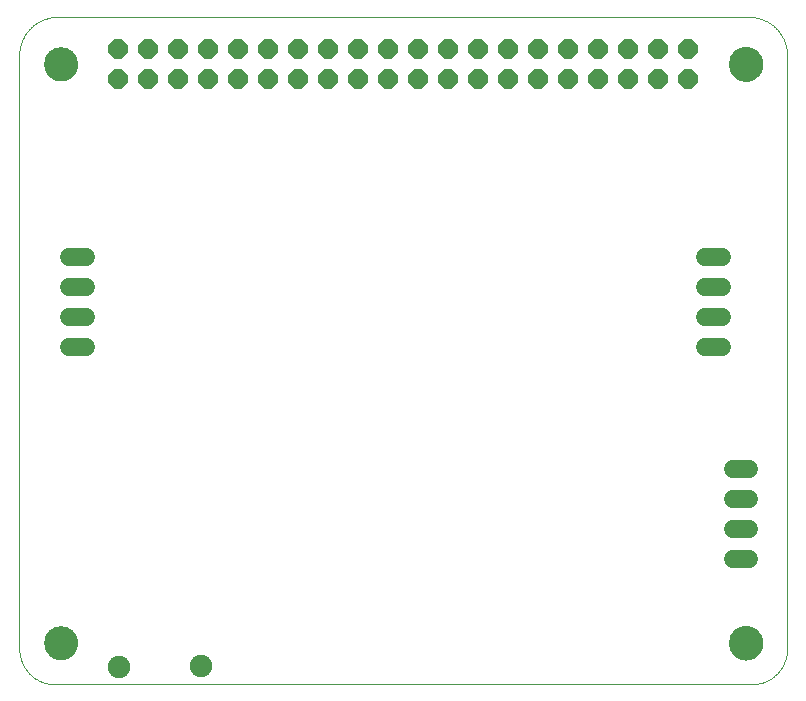
<source format=gbs>
G75*
%MOIN*%
%OFA0B0*%
%FSLAX25Y25*%
%IPPOS*%
%LPD*%
%AMOC8*
5,1,8,0,0,1.08239X$1,22.5*
%
%ADD10C,0.00000*%
%ADD11C,0.11424*%
%ADD12C,0.11227*%
%ADD13C,0.07487*%
%ADD14OC8,0.06400*%
%ADD15C,0.06000*%
D10*
X0017548Y0028572D02*
X0249831Y0028572D01*
X0250116Y0028575D01*
X0250402Y0028586D01*
X0250687Y0028603D01*
X0250971Y0028627D01*
X0251255Y0028658D01*
X0251538Y0028696D01*
X0251819Y0028741D01*
X0252100Y0028792D01*
X0252380Y0028850D01*
X0252658Y0028915D01*
X0252934Y0028987D01*
X0253208Y0029065D01*
X0253481Y0029150D01*
X0253751Y0029242D01*
X0254019Y0029340D01*
X0254285Y0029444D01*
X0254548Y0029555D01*
X0254808Y0029672D01*
X0255066Y0029795D01*
X0255320Y0029925D01*
X0255571Y0030061D01*
X0255819Y0030202D01*
X0256063Y0030350D01*
X0256304Y0030503D01*
X0256540Y0030663D01*
X0256773Y0030828D01*
X0257002Y0030998D01*
X0257227Y0031174D01*
X0257447Y0031356D01*
X0257663Y0031542D01*
X0257874Y0031734D01*
X0258081Y0031931D01*
X0258283Y0032133D01*
X0258480Y0032340D01*
X0258672Y0032551D01*
X0258858Y0032767D01*
X0259040Y0032987D01*
X0259216Y0033212D01*
X0259386Y0033441D01*
X0259551Y0033674D01*
X0259711Y0033910D01*
X0259864Y0034151D01*
X0260012Y0034395D01*
X0260153Y0034643D01*
X0260289Y0034894D01*
X0260419Y0035148D01*
X0260542Y0035406D01*
X0260659Y0035666D01*
X0260770Y0035929D01*
X0260874Y0036195D01*
X0260972Y0036463D01*
X0261064Y0036733D01*
X0261149Y0037006D01*
X0261227Y0037280D01*
X0261299Y0037556D01*
X0261364Y0037834D01*
X0261422Y0038114D01*
X0261473Y0038395D01*
X0261518Y0038676D01*
X0261556Y0038959D01*
X0261587Y0039243D01*
X0261611Y0039527D01*
X0261628Y0039812D01*
X0261639Y0040098D01*
X0261642Y0040383D01*
X0261643Y0040383D02*
X0261643Y0237233D01*
X0261642Y0237233D02*
X0261662Y0237542D01*
X0261675Y0237852D01*
X0261680Y0238162D01*
X0261677Y0238472D01*
X0261668Y0238782D01*
X0261650Y0239092D01*
X0261625Y0239401D01*
X0261593Y0239709D01*
X0261553Y0240017D01*
X0261506Y0240323D01*
X0261451Y0240629D01*
X0261389Y0240933D01*
X0261320Y0241235D01*
X0261244Y0241535D01*
X0261160Y0241834D01*
X0261069Y0242130D01*
X0260971Y0242425D01*
X0260865Y0242716D01*
X0260753Y0243005D01*
X0260634Y0243292D01*
X0260508Y0243575D01*
X0260375Y0243855D01*
X0260235Y0244132D01*
X0260089Y0244406D01*
X0259936Y0244675D01*
X0259777Y0244942D01*
X0259611Y0245204D01*
X0259439Y0245462D01*
X0259261Y0245716D01*
X0259077Y0245965D01*
X0258887Y0246210D01*
X0258691Y0246450D01*
X0258489Y0246686D01*
X0258281Y0246916D01*
X0258069Y0247142D01*
X0257850Y0247362D01*
X0257627Y0247577D01*
X0257398Y0247786D01*
X0257164Y0247990D01*
X0256926Y0248188D01*
X0256682Y0248380D01*
X0256434Y0248567D01*
X0256182Y0248747D01*
X0255925Y0248921D01*
X0255665Y0249089D01*
X0255400Y0249251D01*
X0255131Y0249406D01*
X0254859Y0249554D01*
X0254584Y0249696D01*
X0254305Y0249832D01*
X0254022Y0249960D01*
X0253737Y0250082D01*
X0253449Y0250197D01*
X0253158Y0250304D01*
X0252865Y0250405D01*
X0252569Y0250498D01*
X0252271Y0250585D01*
X0251971Y0250664D01*
X0251670Y0250736D01*
X0251366Y0250800D01*
X0251062Y0250857D01*
X0250755Y0250907D01*
X0250448Y0250950D01*
X0250140Y0250985D01*
X0249831Y0251012D01*
X0249831Y0251013D02*
X0017548Y0251013D01*
X0017548Y0251012D02*
X0017239Y0250985D01*
X0016931Y0250950D01*
X0016624Y0250907D01*
X0016317Y0250857D01*
X0016013Y0250800D01*
X0015709Y0250736D01*
X0015408Y0250664D01*
X0015108Y0250585D01*
X0014810Y0250498D01*
X0014514Y0250405D01*
X0014221Y0250304D01*
X0013930Y0250197D01*
X0013642Y0250082D01*
X0013357Y0249960D01*
X0013074Y0249832D01*
X0012795Y0249696D01*
X0012520Y0249554D01*
X0012248Y0249406D01*
X0011979Y0249251D01*
X0011714Y0249089D01*
X0011454Y0248921D01*
X0011197Y0248747D01*
X0010945Y0248567D01*
X0010697Y0248380D01*
X0010453Y0248188D01*
X0010215Y0247990D01*
X0009981Y0247786D01*
X0009752Y0247577D01*
X0009529Y0247362D01*
X0009310Y0247142D01*
X0009098Y0246916D01*
X0008890Y0246686D01*
X0008688Y0246450D01*
X0008492Y0246210D01*
X0008302Y0245965D01*
X0008118Y0245716D01*
X0007940Y0245462D01*
X0007768Y0245204D01*
X0007602Y0244942D01*
X0007443Y0244675D01*
X0007290Y0244406D01*
X0007144Y0244132D01*
X0007004Y0243855D01*
X0006871Y0243575D01*
X0006745Y0243292D01*
X0006626Y0243005D01*
X0006514Y0242716D01*
X0006408Y0242425D01*
X0006310Y0242130D01*
X0006219Y0241834D01*
X0006135Y0241535D01*
X0006059Y0241235D01*
X0005990Y0240933D01*
X0005928Y0240629D01*
X0005873Y0240323D01*
X0005826Y0240017D01*
X0005786Y0239709D01*
X0005754Y0239401D01*
X0005729Y0239092D01*
X0005711Y0238782D01*
X0005702Y0238472D01*
X0005699Y0238162D01*
X0005704Y0237852D01*
X0005717Y0237542D01*
X0005737Y0237233D01*
X0005737Y0040383D01*
X0005740Y0040098D01*
X0005751Y0039812D01*
X0005768Y0039527D01*
X0005792Y0039243D01*
X0005823Y0038959D01*
X0005861Y0038676D01*
X0005906Y0038395D01*
X0005957Y0038114D01*
X0006015Y0037834D01*
X0006080Y0037556D01*
X0006152Y0037280D01*
X0006230Y0037006D01*
X0006315Y0036733D01*
X0006407Y0036463D01*
X0006505Y0036195D01*
X0006609Y0035929D01*
X0006720Y0035666D01*
X0006837Y0035406D01*
X0006960Y0035148D01*
X0007090Y0034894D01*
X0007226Y0034643D01*
X0007367Y0034395D01*
X0007515Y0034151D01*
X0007668Y0033910D01*
X0007828Y0033674D01*
X0007993Y0033441D01*
X0008163Y0033212D01*
X0008339Y0032987D01*
X0008521Y0032767D01*
X0008707Y0032551D01*
X0008899Y0032340D01*
X0009096Y0032133D01*
X0009298Y0031931D01*
X0009505Y0031734D01*
X0009716Y0031542D01*
X0009932Y0031356D01*
X0010152Y0031174D01*
X0010377Y0030998D01*
X0010606Y0030828D01*
X0010839Y0030663D01*
X0011075Y0030503D01*
X0011316Y0030350D01*
X0011560Y0030202D01*
X0011808Y0030061D01*
X0012059Y0029925D01*
X0012313Y0029795D01*
X0012571Y0029672D01*
X0012831Y0029555D01*
X0013094Y0029444D01*
X0013360Y0029340D01*
X0013628Y0029242D01*
X0013898Y0029150D01*
X0014171Y0029065D01*
X0014445Y0028987D01*
X0014721Y0028915D01*
X0014999Y0028850D01*
X0015279Y0028792D01*
X0015560Y0028741D01*
X0015841Y0028696D01*
X0016124Y0028658D01*
X0016408Y0028627D01*
X0016692Y0028603D01*
X0016977Y0028586D01*
X0017263Y0028575D01*
X0017548Y0028572D01*
X0014104Y0042351D02*
X0014106Y0042498D01*
X0014112Y0042644D01*
X0014122Y0042790D01*
X0014136Y0042936D01*
X0014154Y0043082D01*
X0014175Y0043227D01*
X0014201Y0043371D01*
X0014231Y0043515D01*
X0014264Y0043657D01*
X0014301Y0043799D01*
X0014342Y0043940D01*
X0014387Y0044079D01*
X0014436Y0044218D01*
X0014488Y0044355D01*
X0014545Y0044490D01*
X0014604Y0044624D01*
X0014668Y0044756D01*
X0014735Y0044886D01*
X0014805Y0045015D01*
X0014879Y0045142D01*
X0014956Y0045266D01*
X0015037Y0045389D01*
X0015121Y0045509D01*
X0015208Y0045627D01*
X0015298Y0045742D01*
X0015391Y0045855D01*
X0015488Y0045966D01*
X0015587Y0046074D01*
X0015689Y0046179D01*
X0015794Y0046281D01*
X0015902Y0046380D01*
X0016013Y0046477D01*
X0016126Y0046570D01*
X0016241Y0046660D01*
X0016359Y0046747D01*
X0016479Y0046831D01*
X0016602Y0046912D01*
X0016726Y0046989D01*
X0016853Y0047063D01*
X0016982Y0047133D01*
X0017112Y0047200D01*
X0017244Y0047264D01*
X0017378Y0047323D01*
X0017513Y0047380D01*
X0017650Y0047432D01*
X0017789Y0047481D01*
X0017928Y0047526D01*
X0018069Y0047567D01*
X0018211Y0047604D01*
X0018353Y0047637D01*
X0018497Y0047667D01*
X0018641Y0047693D01*
X0018786Y0047714D01*
X0018932Y0047732D01*
X0019078Y0047746D01*
X0019224Y0047756D01*
X0019370Y0047762D01*
X0019517Y0047764D01*
X0019664Y0047762D01*
X0019810Y0047756D01*
X0019956Y0047746D01*
X0020102Y0047732D01*
X0020248Y0047714D01*
X0020393Y0047693D01*
X0020537Y0047667D01*
X0020681Y0047637D01*
X0020823Y0047604D01*
X0020965Y0047567D01*
X0021106Y0047526D01*
X0021245Y0047481D01*
X0021384Y0047432D01*
X0021521Y0047380D01*
X0021656Y0047323D01*
X0021790Y0047264D01*
X0021922Y0047200D01*
X0022052Y0047133D01*
X0022181Y0047063D01*
X0022308Y0046989D01*
X0022432Y0046912D01*
X0022555Y0046831D01*
X0022675Y0046747D01*
X0022793Y0046660D01*
X0022908Y0046570D01*
X0023021Y0046477D01*
X0023132Y0046380D01*
X0023240Y0046281D01*
X0023345Y0046179D01*
X0023447Y0046074D01*
X0023546Y0045966D01*
X0023643Y0045855D01*
X0023736Y0045742D01*
X0023826Y0045627D01*
X0023913Y0045509D01*
X0023997Y0045389D01*
X0024078Y0045266D01*
X0024155Y0045142D01*
X0024229Y0045015D01*
X0024299Y0044886D01*
X0024366Y0044756D01*
X0024430Y0044624D01*
X0024489Y0044490D01*
X0024546Y0044355D01*
X0024598Y0044218D01*
X0024647Y0044079D01*
X0024692Y0043940D01*
X0024733Y0043799D01*
X0024770Y0043657D01*
X0024803Y0043515D01*
X0024833Y0043371D01*
X0024859Y0043227D01*
X0024880Y0043082D01*
X0024898Y0042936D01*
X0024912Y0042790D01*
X0024922Y0042644D01*
X0024928Y0042498D01*
X0024930Y0042351D01*
X0024928Y0042204D01*
X0024922Y0042058D01*
X0024912Y0041912D01*
X0024898Y0041766D01*
X0024880Y0041620D01*
X0024859Y0041475D01*
X0024833Y0041331D01*
X0024803Y0041187D01*
X0024770Y0041045D01*
X0024733Y0040903D01*
X0024692Y0040762D01*
X0024647Y0040623D01*
X0024598Y0040484D01*
X0024546Y0040347D01*
X0024489Y0040212D01*
X0024430Y0040078D01*
X0024366Y0039946D01*
X0024299Y0039816D01*
X0024229Y0039687D01*
X0024155Y0039560D01*
X0024078Y0039436D01*
X0023997Y0039313D01*
X0023913Y0039193D01*
X0023826Y0039075D01*
X0023736Y0038960D01*
X0023643Y0038847D01*
X0023546Y0038736D01*
X0023447Y0038628D01*
X0023345Y0038523D01*
X0023240Y0038421D01*
X0023132Y0038322D01*
X0023021Y0038225D01*
X0022908Y0038132D01*
X0022793Y0038042D01*
X0022675Y0037955D01*
X0022555Y0037871D01*
X0022432Y0037790D01*
X0022308Y0037713D01*
X0022181Y0037639D01*
X0022052Y0037569D01*
X0021922Y0037502D01*
X0021790Y0037438D01*
X0021656Y0037379D01*
X0021521Y0037322D01*
X0021384Y0037270D01*
X0021245Y0037221D01*
X0021106Y0037176D01*
X0020965Y0037135D01*
X0020823Y0037098D01*
X0020681Y0037065D01*
X0020537Y0037035D01*
X0020393Y0037009D01*
X0020248Y0036988D01*
X0020102Y0036970D01*
X0019956Y0036956D01*
X0019810Y0036946D01*
X0019664Y0036940D01*
X0019517Y0036938D01*
X0019370Y0036940D01*
X0019224Y0036946D01*
X0019078Y0036956D01*
X0018932Y0036970D01*
X0018786Y0036988D01*
X0018641Y0037009D01*
X0018497Y0037035D01*
X0018353Y0037065D01*
X0018211Y0037098D01*
X0018069Y0037135D01*
X0017928Y0037176D01*
X0017789Y0037221D01*
X0017650Y0037270D01*
X0017513Y0037322D01*
X0017378Y0037379D01*
X0017244Y0037438D01*
X0017112Y0037502D01*
X0016982Y0037569D01*
X0016853Y0037639D01*
X0016726Y0037713D01*
X0016602Y0037790D01*
X0016479Y0037871D01*
X0016359Y0037955D01*
X0016241Y0038042D01*
X0016126Y0038132D01*
X0016013Y0038225D01*
X0015902Y0038322D01*
X0015794Y0038421D01*
X0015689Y0038523D01*
X0015587Y0038628D01*
X0015488Y0038736D01*
X0015391Y0038847D01*
X0015298Y0038960D01*
X0015208Y0039075D01*
X0015121Y0039193D01*
X0015037Y0039313D01*
X0014956Y0039436D01*
X0014879Y0039560D01*
X0014805Y0039687D01*
X0014735Y0039816D01*
X0014668Y0039946D01*
X0014604Y0040078D01*
X0014545Y0040212D01*
X0014488Y0040347D01*
X0014436Y0040484D01*
X0014387Y0040623D01*
X0014342Y0040762D01*
X0014301Y0040903D01*
X0014264Y0041045D01*
X0014231Y0041187D01*
X0014201Y0041331D01*
X0014175Y0041475D01*
X0014154Y0041620D01*
X0014136Y0041766D01*
X0014122Y0041912D01*
X0014112Y0042058D01*
X0014106Y0042204D01*
X0014104Y0042351D01*
X0014104Y0235265D02*
X0014106Y0235412D01*
X0014112Y0235558D01*
X0014122Y0235704D01*
X0014136Y0235850D01*
X0014154Y0235996D01*
X0014175Y0236141D01*
X0014201Y0236285D01*
X0014231Y0236429D01*
X0014264Y0236571D01*
X0014301Y0236713D01*
X0014342Y0236854D01*
X0014387Y0236993D01*
X0014436Y0237132D01*
X0014488Y0237269D01*
X0014545Y0237404D01*
X0014604Y0237538D01*
X0014668Y0237670D01*
X0014735Y0237800D01*
X0014805Y0237929D01*
X0014879Y0238056D01*
X0014956Y0238180D01*
X0015037Y0238303D01*
X0015121Y0238423D01*
X0015208Y0238541D01*
X0015298Y0238656D01*
X0015391Y0238769D01*
X0015488Y0238880D01*
X0015587Y0238988D01*
X0015689Y0239093D01*
X0015794Y0239195D01*
X0015902Y0239294D01*
X0016013Y0239391D01*
X0016126Y0239484D01*
X0016241Y0239574D01*
X0016359Y0239661D01*
X0016479Y0239745D01*
X0016602Y0239826D01*
X0016726Y0239903D01*
X0016853Y0239977D01*
X0016982Y0240047D01*
X0017112Y0240114D01*
X0017244Y0240178D01*
X0017378Y0240237D01*
X0017513Y0240294D01*
X0017650Y0240346D01*
X0017789Y0240395D01*
X0017928Y0240440D01*
X0018069Y0240481D01*
X0018211Y0240518D01*
X0018353Y0240551D01*
X0018497Y0240581D01*
X0018641Y0240607D01*
X0018786Y0240628D01*
X0018932Y0240646D01*
X0019078Y0240660D01*
X0019224Y0240670D01*
X0019370Y0240676D01*
X0019517Y0240678D01*
X0019664Y0240676D01*
X0019810Y0240670D01*
X0019956Y0240660D01*
X0020102Y0240646D01*
X0020248Y0240628D01*
X0020393Y0240607D01*
X0020537Y0240581D01*
X0020681Y0240551D01*
X0020823Y0240518D01*
X0020965Y0240481D01*
X0021106Y0240440D01*
X0021245Y0240395D01*
X0021384Y0240346D01*
X0021521Y0240294D01*
X0021656Y0240237D01*
X0021790Y0240178D01*
X0021922Y0240114D01*
X0022052Y0240047D01*
X0022181Y0239977D01*
X0022308Y0239903D01*
X0022432Y0239826D01*
X0022555Y0239745D01*
X0022675Y0239661D01*
X0022793Y0239574D01*
X0022908Y0239484D01*
X0023021Y0239391D01*
X0023132Y0239294D01*
X0023240Y0239195D01*
X0023345Y0239093D01*
X0023447Y0238988D01*
X0023546Y0238880D01*
X0023643Y0238769D01*
X0023736Y0238656D01*
X0023826Y0238541D01*
X0023913Y0238423D01*
X0023997Y0238303D01*
X0024078Y0238180D01*
X0024155Y0238056D01*
X0024229Y0237929D01*
X0024299Y0237800D01*
X0024366Y0237670D01*
X0024430Y0237538D01*
X0024489Y0237404D01*
X0024546Y0237269D01*
X0024598Y0237132D01*
X0024647Y0236993D01*
X0024692Y0236854D01*
X0024733Y0236713D01*
X0024770Y0236571D01*
X0024803Y0236429D01*
X0024833Y0236285D01*
X0024859Y0236141D01*
X0024880Y0235996D01*
X0024898Y0235850D01*
X0024912Y0235704D01*
X0024922Y0235558D01*
X0024928Y0235412D01*
X0024930Y0235265D01*
X0024928Y0235118D01*
X0024922Y0234972D01*
X0024912Y0234826D01*
X0024898Y0234680D01*
X0024880Y0234534D01*
X0024859Y0234389D01*
X0024833Y0234245D01*
X0024803Y0234101D01*
X0024770Y0233959D01*
X0024733Y0233817D01*
X0024692Y0233676D01*
X0024647Y0233537D01*
X0024598Y0233398D01*
X0024546Y0233261D01*
X0024489Y0233126D01*
X0024430Y0232992D01*
X0024366Y0232860D01*
X0024299Y0232730D01*
X0024229Y0232601D01*
X0024155Y0232474D01*
X0024078Y0232350D01*
X0023997Y0232227D01*
X0023913Y0232107D01*
X0023826Y0231989D01*
X0023736Y0231874D01*
X0023643Y0231761D01*
X0023546Y0231650D01*
X0023447Y0231542D01*
X0023345Y0231437D01*
X0023240Y0231335D01*
X0023132Y0231236D01*
X0023021Y0231139D01*
X0022908Y0231046D01*
X0022793Y0230956D01*
X0022675Y0230869D01*
X0022555Y0230785D01*
X0022432Y0230704D01*
X0022308Y0230627D01*
X0022181Y0230553D01*
X0022052Y0230483D01*
X0021922Y0230416D01*
X0021790Y0230352D01*
X0021656Y0230293D01*
X0021521Y0230236D01*
X0021384Y0230184D01*
X0021245Y0230135D01*
X0021106Y0230090D01*
X0020965Y0230049D01*
X0020823Y0230012D01*
X0020681Y0229979D01*
X0020537Y0229949D01*
X0020393Y0229923D01*
X0020248Y0229902D01*
X0020102Y0229884D01*
X0019956Y0229870D01*
X0019810Y0229860D01*
X0019664Y0229854D01*
X0019517Y0229852D01*
X0019370Y0229854D01*
X0019224Y0229860D01*
X0019078Y0229870D01*
X0018932Y0229884D01*
X0018786Y0229902D01*
X0018641Y0229923D01*
X0018497Y0229949D01*
X0018353Y0229979D01*
X0018211Y0230012D01*
X0018069Y0230049D01*
X0017928Y0230090D01*
X0017789Y0230135D01*
X0017650Y0230184D01*
X0017513Y0230236D01*
X0017378Y0230293D01*
X0017244Y0230352D01*
X0017112Y0230416D01*
X0016982Y0230483D01*
X0016853Y0230553D01*
X0016726Y0230627D01*
X0016602Y0230704D01*
X0016479Y0230785D01*
X0016359Y0230869D01*
X0016241Y0230956D01*
X0016126Y0231046D01*
X0016013Y0231139D01*
X0015902Y0231236D01*
X0015794Y0231335D01*
X0015689Y0231437D01*
X0015587Y0231542D01*
X0015488Y0231650D01*
X0015391Y0231761D01*
X0015298Y0231874D01*
X0015208Y0231989D01*
X0015121Y0232107D01*
X0015037Y0232227D01*
X0014956Y0232350D01*
X0014879Y0232474D01*
X0014805Y0232601D01*
X0014735Y0232730D01*
X0014668Y0232860D01*
X0014604Y0232992D01*
X0014545Y0233126D01*
X0014488Y0233261D01*
X0014436Y0233398D01*
X0014387Y0233537D01*
X0014342Y0233676D01*
X0014301Y0233817D01*
X0014264Y0233959D01*
X0014231Y0234101D01*
X0014201Y0234245D01*
X0014175Y0234389D01*
X0014154Y0234534D01*
X0014136Y0234680D01*
X0014122Y0234826D01*
X0014112Y0234972D01*
X0014106Y0235118D01*
X0014104Y0235265D01*
X0242351Y0235265D02*
X0242353Y0235413D01*
X0242359Y0235561D01*
X0242369Y0235709D01*
X0242383Y0235856D01*
X0242401Y0236003D01*
X0242422Y0236149D01*
X0242448Y0236295D01*
X0242478Y0236440D01*
X0242511Y0236584D01*
X0242549Y0236727D01*
X0242590Y0236869D01*
X0242635Y0237010D01*
X0242683Y0237150D01*
X0242736Y0237289D01*
X0242792Y0237426D01*
X0242852Y0237561D01*
X0242915Y0237695D01*
X0242982Y0237827D01*
X0243053Y0237957D01*
X0243127Y0238085D01*
X0243204Y0238211D01*
X0243285Y0238335D01*
X0243369Y0238457D01*
X0243456Y0238576D01*
X0243547Y0238693D01*
X0243641Y0238808D01*
X0243737Y0238920D01*
X0243837Y0239030D01*
X0243939Y0239136D01*
X0244045Y0239240D01*
X0244153Y0239341D01*
X0244264Y0239439D01*
X0244377Y0239535D01*
X0244493Y0239627D01*
X0244611Y0239716D01*
X0244732Y0239801D01*
X0244855Y0239884D01*
X0244980Y0239963D01*
X0245107Y0240039D01*
X0245236Y0240111D01*
X0245367Y0240180D01*
X0245500Y0240245D01*
X0245635Y0240306D01*
X0245771Y0240364D01*
X0245908Y0240419D01*
X0246047Y0240469D01*
X0246188Y0240516D01*
X0246329Y0240559D01*
X0246472Y0240599D01*
X0246616Y0240634D01*
X0246760Y0240666D01*
X0246906Y0240693D01*
X0247052Y0240717D01*
X0247199Y0240737D01*
X0247346Y0240753D01*
X0247493Y0240765D01*
X0247641Y0240773D01*
X0247789Y0240777D01*
X0247937Y0240777D01*
X0248085Y0240773D01*
X0248233Y0240765D01*
X0248380Y0240753D01*
X0248527Y0240737D01*
X0248674Y0240717D01*
X0248820Y0240693D01*
X0248966Y0240666D01*
X0249110Y0240634D01*
X0249254Y0240599D01*
X0249397Y0240559D01*
X0249538Y0240516D01*
X0249679Y0240469D01*
X0249818Y0240419D01*
X0249955Y0240364D01*
X0250091Y0240306D01*
X0250226Y0240245D01*
X0250359Y0240180D01*
X0250490Y0240111D01*
X0250619Y0240039D01*
X0250746Y0239963D01*
X0250871Y0239884D01*
X0250994Y0239801D01*
X0251115Y0239716D01*
X0251233Y0239627D01*
X0251349Y0239535D01*
X0251462Y0239439D01*
X0251573Y0239341D01*
X0251681Y0239240D01*
X0251787Y0239136D01*
X0251889Y0239030D01*
X0251989Y0238920D01*
X0252085Y0238808D01*
X0252179Y0238693D01*
X0252270Y0238576D01*
X0252357Y0238457D01*
X0252441Y0238335D01*
X0252522Y0238211D01*
X0252599Y0238085D01*
X0252673Y0237957D01*
X0252744Y0237827D01*
X0252811Y0237695D01*
X0252874Y0237561D01*
X0252934Y0237426D01*
X0252990Y0237289D01*
X0253043Y0237150D01*
X0253091Y0237010D01*
X0253136Y0236869D01*
X0253177Y0236727D01*
X0253215Y0236584D01*
X0253248Y0236440D01*
X0253278Y0236295D01*
X0253304Y0236149D01*
X0253325Y0236003D01*
X0253343Y0235856D01*
X0253357Y0235709D01*
X0253367Y0235561D01*
X0253373Y0235413D01*
X0253375Y0235265D01*
X0253373Y0235117D01*
X0253367Y0234969D01*
X0253357Y0234821D01*
X0253343Y0234674D01*
X0253325Y0234527D01*
X0253304Y0234381D01*
X0253278Y0234235D01*
X0253248Y0234090D01*
X0253215Y0233946D01*
X0253177Y0233803D01*
X0253136Y0233661D01*
X0253091Y0233520D01*
X0253043Y0233380D01*
X0252990Y0233241D01*
X0252934Y0233104D01*
X0252874Y0232969D01*
X0252811Y0232835D01*
X0252744Y0232703D01*
X0252673Y0232573D01*
X0252599Y0232445D01*
X0252522Y0232319D01*
X0252441Y0232195D01*
X0252357Y0232073D01*
X0252270Y0231954D01*
X0252179Y0231837D01*
X0252085Y0231722D01*
X0251989Y0231610D01*
X0251889Y0231500D01*
X0251787Y0231394D01*
X0251681Y0231290D01*
X0251573Y0231189D01*
X0251462Y0231091D01*
X0251349Y0230995D01*
X0251233Y0230903D01*
X0251115Y0230814D01*
X0250994Y0230729D01*
X0250871Y0230646D01*
X0250746Y0230567D01*
X0250619Y0230491D01*
X0250490Y0230419D01*
X0250359Y0230350D01*
X0250226Y0230285D01*
X0250091Y0230224D01*
X0249955Y0230166D01*
X0249818Y0230111D01*
X0249679Y0230061D01*
X0249538Y0230014D01*
X0249397Y0229971D01*
X0249254Y0229931D01*
X0249110Y0229896D01*
X0248966Y0229864D01*
X0248820Y0229837D01*
X0248674Y0229813D01*
X0248527Y0229793D01*
X0248380Y0229777D01*
X0248233Y0229765D01*
X0248085Y0229757D01*
X0247937Y0229753D01*
X0247789Y0229753D01*
X0247641Y0229757D01*
X0247493Y0229765D01*
X0247346Y0229777D01*
X0247199Y0229793D01*
X0247052Y0229813D01*
X0246906Y0229837D01*
X0246760Y0229864D01*
X0246616Y0229896D01*
X0246472Y0229931D01*
X0246329Y0229971D01*
X0246188Y0230014D01*
X0246047Y0230061D01*
X0245908Y0230111D01*
X0245771Y0230166D01*
X0245635Y0230224D01*
X0245500Y0230285D01*
X0245367Y0230350D01*
X0245236Y0230419D01*
X0245107Y0230491D01*
X0244980Y0230567D01*
X0244855Y0230646D01*
X0244732Y0230729D01*
X0244611Y0230814D01*
X0244493Y0230903D01*
X0244377Y0230995D01*
X0244264Y0231091D01*
X0244153Y0231189D01*
X0244045Y0231290D01*
X0243939Y0231394D01*
X0243837Y0231500D01*
X0243737Y0231610D01*
X0243641Y0231722D01*
X0243547Y0231837D01*
X0243456Y0231954D01*
X0243369Y0232073D01*
X0243285Y0232195D01*
X0243204Y0232319D01*
X0243127Y0232445D01*
X0243053Y0232573D01*
X0242982Y0232703D01*
X0242915Y0232835D01*
X0242852Y0232969D01*
X0242792Y0233104D01*
X0242736Y0233241D01*
X0242683Y0233380D01*
X0242635Y0233520D01*
X0242590Y0233661D01*
X0242549Y0233803D01*
X0242511Y0233946D01*
X0242478Y0234090D01*
X0242448Y0234235D01*
X0242422Y0234381D01*
X0242401Y0234527D01*
X0242383Y0234674D01*
X0242369Y0234821D01*
X0242359Y0234969D01*
X0242353Y0235117D01*
X0242351Y0235265D01*
X0242351Y0042351D02*
X0242353Y0042499D01*
X0242359Y0042647D01*
X0242369Y0042795D01*
X0242383Y0042942D01*
X0242401Y0043089D01*
X0242422Y0043235D01*
X0242448Y0043381D01*
X0242478Y0043526D01*
X0242511Y0043670D01*
X0242549Y0043813D01*
X0242590Y0043955D01*
X0242635Y0044096D01*
X0242683Y0044236D01*
X0242736Y0044375D01*
X0242792Y0044512D01*
X0242852Y0044647D01*
X0242915Y0044781D01*
X0242982Y0044913D01*
X0243053Y0045043D01*
X0243127Y0045171D01*
X0243204Y0045297D01*
X0243285Y0045421D01*
X0243369Y0045543D01*
X0243456Y0045662D01*
X0243547Y0045779D01*
X0243641Y0045894D01*
X0243737Y0046006D01*
X0243837Y0046116D01*
X0243939Y0046222D01*
X0244045Y0046326D01*
X0244153Y0046427D01*
X0244264Y0046525D01*
X0244377Y0046621D01*
X0244493Y0046713D01*
X0244611Y0046802D01*
X0244732Y0046887D01*
X0244855Y0046970D01*
X0244980Y0047049D01*
X0245107Y0047125D01*
X0245236Y0047197D01*
X0245367Y0047266D01*
X0245500Y0047331D01*
X0245635Y0047392D01*
X0245771Y0047450D01*
X0245908Y0047505D01*
X0246047Y0047555D01*
X0246188Y0047602D01*
X0246329Y0047645D01*
X0246472Y0047685D01*
X0246616Y0047720D01*
X0246760Y0047752D01*
X0246906Y0047779D01*
X0247052Y0047803D01*
X0247199Y0047823D01*
X0247346Y0047839D01*
X0247493Y0047851D01*
X0247641Y0047859D01*
X0247789Y0047863D01*
X0247937Y0047863D01*
X0248085Y0047859D01*
X0248233Y0047851D01*
X0248380Y0047839D01*
X0248527Y0047823D01*
X0248674Y0047803D01*
X0248820Y0047779D01*
X0248966Y0047752D01*
X0249110Y0047720D01*
X0249254Y0047685D01*
X0249397Y0047645D01*
X0249538Y0047602D01*
X0249679Y0047555D01*
X0249818Y0047505D01*
X0249955Y0047450D01*
X0250091Y0047392D01*
X0250226Y0047331D01*
X0250359Y0047266D01*
X0250490Y0047197D01*
X0250619Y0047125D01*
X0250746Y0047049D01*
X0250871Y0046970D01*
X0250994Y0046887D01*
X0251115Y0046802D01*
X0251233Y0046713D01*
X0251349Y0046621D01*
X0251462Y0046525D01*
X0251573Y0046427D01*
X0251681Y0046326D01*
X0251787Y0046222D01*
X0251889Y0046116D01*
X0251989Y0046006D01*
X0252085Y0045894D01*
X0252179Y0045779D01*
X0252270Y0045662D01*
X0252357Y0045543D01*
X0252441Y0045421D01*
X0252522Y0045297D01*
X0252599Y0045171D01*
X0252673Y0045043D01*
X0252744Y0044913D01*
X0252811Y0044781D01*
X0252874Y0044647D01*
X0252934Y0044512D01*
X0252990Y0044375D01*
X0253043Y0044236D01*
X0253091Y0044096D01*
X0253136Y0043955D01*
X0253177Y0043813D01*
X0253215Y0043670D01*
X0253248Y0043526D01*
X0253278Y0043381D01*
X0253304Y0043235D01*
X0253325Y0043089D01*
X0253343Y0042942D01*
X0253357Y0042795D01*
X0253367Y0042647D01*
X0253373Y0042499D01*
X0253375Y0042351D01*
X0253373Y0042203D01*
X0253367Y0042055D01*
X0253357Y0041907D01*
X0253343Y0041760D01*
X0253325Y0041613D01*
X0253304Y0041467D01*
X0253278Y0041321D01*
X0253248Y0041176D01*
X0253215Y0041032D01*
X0253177Y0040889D01*
X0253136Y0040747D01*
X0253091Y0040606D01*
X0253043Y0040466D01*
X0252990Y0040327D01*
X0252934Y0040190D01*
X0252874Y0040055D01*
X0252811Y0039921D01*
X0252744Y0039789D01*
X0252673Y0039659D01*
X0252599Y0039531D01*
X0252522Y0039405D01*
X0252441Y0039281D01*
X0252357Y0039159D01*
X0252270Y0039040D01*
X0252179Y0038923D01*
X0252085Y0038808D01*
X0251989Y0038696D01*
X0251889Y0038586D01*
X0251787Y0038480D01*
X0251681Y0038376D01*
X0251573Y0038275D01*
X0251462Y0038177D01*
X0251349Y0038081D01*
X0251233Y0037989D01*
X0251115Y0037900D01*
X0250994Y0037815D01*
X0250871Y0037732D01*
X0250746Y0037653D01*
X0250619Y0037577D01*
X0250490Y0037505D01*
X0250359Y0037436D01*
X0250226Y0037371D01*
X0250091Y0037310D01*
X0249955Y0037252D01*
X0249818Y0037197D01*
X0249679Y0037147D01*
X0249538Y0037100D01*
X0249397Y0037057D01*
X0249254Y0037017D01*
X0249110Y0036982D01*
X0248966Y0036950D01*
X0248820Y0036923D01*
X0248674Y0036899D01*
X0248527Y0036879D01*
X0248380Y0036863D01*
X0248233Y0036851D01*
X0248085Y0036843D01*
X0247937Y0036839D01*
X0247789Y0036839D01*
X0247641Y0036843D01*
X0247493Y0036851D01*
X0247346Y0036863D01*
X0247199Y0036879D01*
X0247052Y0036899D01*
X0246906Y0036923D01*
X0246760Y0036950D01*
X0246616Y0036982D01*
X0246472Y0037017D01*
X0246329Y0037057D01*
X0246188Y0037100D01*
X0246047Y0037147D01*
X0245908Y0037197D01*
X0245771Y0037252D01*
X0245635Y0037310D01*
X0245500Y0037371D01*
X0245367Y0037436D01*
X0245236Y0037505D01*
X0245107Y0037577D01*
X0244980Y0037653D01*
X0244855Y0037732D01*
X0244732Y0037815D01*
X0244611Y0037900D01*
X0244493Y0037989D01*
X0244377Y0038081D01*
X0244264Y0038177D01*
X0244153Y0038275D01*
X0244045Y0038376D01*
X0243939Y0038480D01*
X0243837Y0038586D01*
X0243737Y0038696D01*
X0243641Y0038808D01*
X0243547Y0038923D01*
X0243456Y0039040D01*
X0243369Y0039159D01*
X0243285Y0039281D01*
X0243204Y0039405D01*
X0243127Y0039531D01*
X0243053Y0039659D01*
X0242982Y0039789D01*
X0242915Y0039921D01*
X0242852Y0040055D01*
X0242792Y0040190D01*
X0242736Y0040327D01*
X0242683Y0040466D01*
X0242635Y0040606D01*
X0242590Y0040747D01*
X0242549Y0040889D01*
X0242511Y0041032D01*
X0242478Y0041176D01*
X0242448Y0041321D01*
X0242422Y0041467D01*
X0242401Y0041613D01*
X0242383Y0041760D01*
X0242369Y0041907D01*
X0242359Y0042055D01*
X0242353Y0042203D01*
X0242351Y0042351D01*
D11*
X0247863Y0042351D03*
X0247863Y0235265D03*
D12*
X0019517Y0235265D03*
X0019517Y0042351D03*
D13*
X0038823Y0034309D03*
X0066323Y0034509D03*
D14*
X0068690Y0230265D03*
X0058690Y0230265D03*
X0058690Y0240265D03*
X0068690Y0240265D03*
X0078690Y0240265D03*
X0088690Y0240265D03*
X0098690Y0240265D03*
X0108690Y0240265D03*
X0118690Y0240265D03*
X0128690Y0240265D03*
X0138690Y0240265D03*
X0148690Y0240265D03*
X0158690Y0240265D03*
X0168690Y0240265D03*
X0178690Y0240265D03*
X0188690Y0240265D03*
X0198690Y0240265D03*
X0208690Y0240265D03*
X0218690Y0240265D03*
X0228690Y0240265D03*
X0228690Y0230265D03*
X0218690Y0230265D03*
X0208690Y0230265D03*
X0198690Y0230265D03*
X0188690Y0230265D03*
X0178690Y0230265D03*
X0168690Y0230265D03*
X0158690Y0230265D03*
X0148690Y0230265D03*
X0138690Y0230265D03*
X0128690Y0230265D03*
X0118690Y0230265D03*
X0108690Y0230265D03*
X0098690Y0230265D03*
X0088690Y0230265D03*
X0078690Y0230265D03*
X0048690Y0230265D03*
X0048690Y0240265D03*
X0038690Y0240265D03*
X0038690Y0230265D03*
D15*
X0027828Y0171131D02*
X0022228Y0171131D01*
X0022228Y0161131D02*
X0027828Y0161131D01*
X0027828Y0151131D02*
X0022228Y0151131D01*
X0022228Y0141131D02*
X0027828Y0141131D01*
X0234433Y0141131D02*
X0240033Y0141131D01*
X0240033Y0151131D02*
X0234433Y0151131D01*
X0234433Y0161131D02*
X0240033Y0161131D01*
X0240033Y0171131D02*
X0234433Y0171131D01*
X0243488Y0100265D02*
X0249088Y0100265D01*
X0249088Y0090265D02*
X0243488Y0090265D01*
X0243488Y0080265D02*
X0249088Y0080265D01*
X0249088Y0070265D02*
X0243488Y0070265D01*
M02*

</source>
